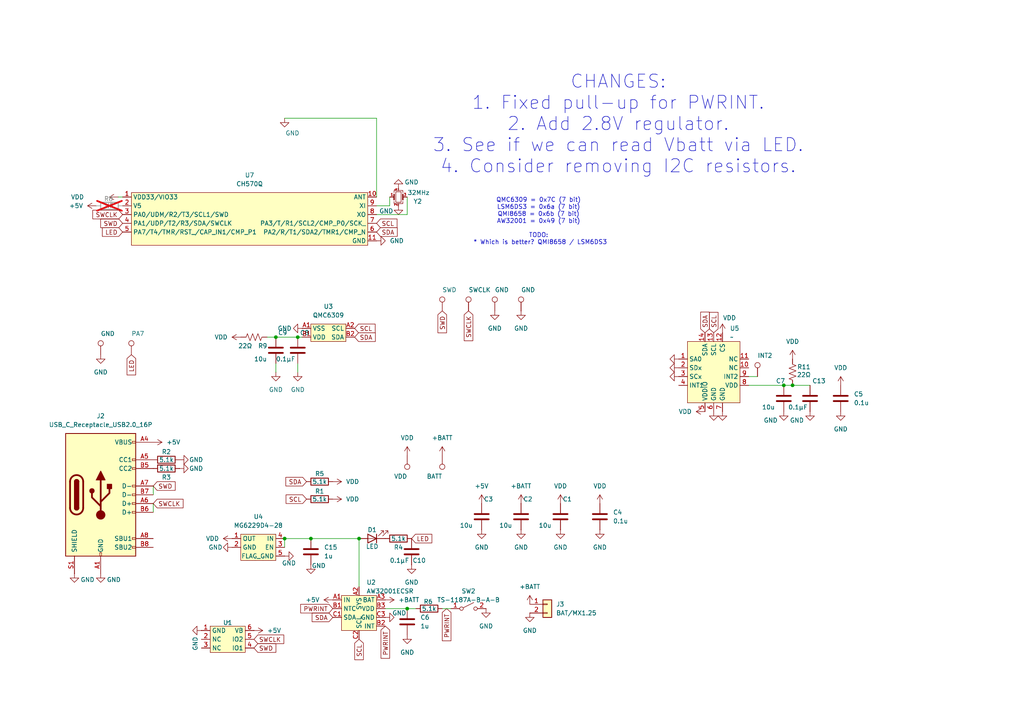
<source format=kicad_sch>
(kicad_sch (version 20250114) (generator "eeschema") (generator_version "9.0")
  (paper "A4")
  (lib_symbols
    (symbol "Connector:TestPoint" (pin_numbers (hide yes)) (pin_names (offset 0.762) (hide yes))
      (property "Reference" "TP" (at 0 6.858 0))
      (property "Value" "TestPoint" (at 0 5.08 0))
      (symbol "TestPoint_0_1"
        (circle (center 0 3.302) (radius 0.762))
      )
      (symbol "TestPoint_1_1"
        (pin passive line (at 0 0 90) (length 2.54) (name "1") (number "1"))
      )
    )
    (symbol "Connector:USB_C_Receptacle_USB2.0_16P" (pin_names (offset 1.016))
      (property "Reference" "J" (at 0 22.225 0))
      (property "Value" "USB_C_Receptacle_USB2.0_16P" (at 0 19.685 0))
      (symbol "USB_C_Receptacle_USB2.0_16P_0_0"
        (rectangle (start -0.254 -17.78) (end 0.254 -16.764))
        (rectangle (start 10.16 15.494) (end 9.144 14.986))
        (rectangle (start 10.16 10.414) (end 9.144 9.906))
        (rectangle (start 10.16 7.874) (end 9.144 7.366))
        (rectangle (start 10.16 2.794) (end 9.144 2.286))
        (rectangle (start 10.16 0.254) (end 9.144 -0.254))
        (rectangle (start 10.16 -2.286) (end 9.144 -2.794))
        (rectangle (start 10.16 -4.826) (end 9.144 -5.334))
        (rectangle (start 10.16 -12.446) (end 9.144 -12.954))
        (rectangle (start 10.16 -14.986) (end 9.144 -15.494))
      )
      (symbol "USB_C_Receptacle_USB2.0_16P_0_1"
        (rectangle (start -10.16 17.78) (end 10.16 -17.78) (stroke (width 0.254)) (fill (type background)))
        (polyline (pts (xy -8.89 -3.81) (xy -8.89 3.81)) (stroke (width 0.508)))
        (rectangle (start -7.62 -3.81) (end -6.35 3.81) (stroke (width 0.254)) (fill (type outline)))
        (arc (start -7.62 3.81) (mid -6.985 4.4423) (end -6.35 3.81) (stroke (width 0.254)))
        (arc (start -7.62 3.81) (mid -6.985 4.4423) (end -6.35 3.81) (stroke (width 0.254)) (fill (type outline)))
        (arc (start -8.89 3.81) (mid -6.985 5.7067) (end -5.08 3.81) (stroke (width 0.508)))
        (arc (start -5.08 -3.81) (mid -6.985 -5.7067) (end -8.89 -3.81) (stroke (width 0.508)))
        (arc (start -6.35 -3.81) (mid -6.985 -4.4423) (end -7.62 -3.81) (stroke (width 0.254)))
        (arc (start -6.35 -3.81) (mid -6.985 -4.4423) (end -7.62 -3.81) (stroke (width 0.254)) (fill (type outline)))
        (polyline (pts (xy -5.08 3.81) (xy -5.08 -3.81)) (stroke (width 0.508)))
        (circle (center -2.54 1.143) (radius 0.635) (stroke (width 0.254)) (fill (type outline)))
        (polyline (pts (xy -1.27 4.318) (xy 0 6.858) (xy 1.27 4.318) (xy -1.27 4.318)) (stroke (width 0.254)) (fill (type outline)))
        (polyline (pts (xy 0 -2.032) (xy 2.54 0.508) (xy 2.54 1.778)) (stroke (width 0.508)))
        (polyline (pts (xy 0 -3.302) (xy -2.54 -0.762) (xy -2.54 0.508)) (stroke (width 0.508)))
        (polyline (pts (xy 0 -5.842) (xy 0 4.318)) (stroke (width 0.508)))
        (circle (center 0 -5.842) (radius 1.27) (fill (type outline)))
        (rectangle (start 1.905 1.778) (end 3.175 3.048) (stroke (width 0.254)) (fill (type outline)))
      )
      (symbol "USB_C_Receptacle_USB2.0_16P_1_1"
        (pin passive line (at -7.62 -22.86 90) (length 5.08) (name "SHIELD") (number "S1"))
        (pin passive line (at 0 -22.86 90) (length 5.08) (name "GND") (number "A1"))
        (pin passive line (at 0 -22.86 90) (length 5.08) (hide yes) (name "GND") (number "A12"))
        (pin passive line (at 0 -22.86 90) (length 5.08) (hide yes) (name "GND") (number "B1"))
        (pin passive line (at 0 -22.86 90) (length 5.08) (hide yes) (name "GND") (number "B12"))
        (pin passive line (at 15.24 15.24 180) (length 5.08) (name "VBUS") (number "A4"))
        (pin passive line (at 15.24 15.24 180) (length 5.08) (hide yes) (name "VBUS") (number "A9"))
        (pin passive line (at 15.24 15.24 180) (length 5.08) (hide yes) (name "VBUS") (number "B4"))
        (pin passive line (at 15.24 15.24 180) (length 5.08) (hide yes) (name "VBUS") (number "B9"))
        (pin bidirectional line (at 15.24 10.16 180) (length 5.08) (name "CC1") (number "A5"))
        (pin bidirectional line (at 15.24 7.62 180) (length 5.08) (name "CC2") (number "B5"))
        (pin bidirectional line (at 15.24 2.54 180) (length 5.08) (name "D-") (number "A7"))
        (pin bidirectional line (at 15.24 0 180) (length 5.08) (name "D-") (number "B7"))
        (pin bidirectional line (at 15.24 -2.54 180) (length 5.08) (name "D+") (number "A6"))
        (pin bidirectional line (at 15.24 -5.08 180) (length 5.08) (name "D+") (number "B6"))
        (pin bidirectional line (at 15.24 -12.7 180) (length 5.08) (name "SBU1") (number "A8"))
        (pin bidirectional line (at 15.24 -15.24 180) (length 5.08) (name "SBU2") (number "B8"))
      )
    )
    (symbol "Connector_Generic:Conn_01x02" (pin_names (offset 1.016) (hide yes))
      (property "Reference" "J" (at 0 2.54 0))
      (property "Value" "Conn_01x02" (at 0 -5.08 0))
      (symbol "Conn_01x02_1_1"
        (rectangle (start -1.27 1.27) (end 1.27 -3.81) (stroke (width 0.254)) (fill (type background)))
        (rectangle (start -1.27 0.127) (end 0 -0.127) (stroke (width 0.1524)))
        (rectangle (start -1.27 -2.413) (end 0 -2.667) (stroke (width 0.1524)))
        (pin passive line (at -5.08 0 0) (length 3.81) (name "Pin_1") (number "1"))
        (pin passive line (at -5.08 -2.54 0) (length 3.81) (name "Pin_2") (number "2"))
      )
    )
    (symbol "Device:C" (pin_numbers (hide yes)) (pin_names (offset 0.254))
      (property "Reference" "C" (at 0.635 2.54 0))
      (property "Value" "C" (at 0.635 -2.54 0))
      (symbol "C_0_1"
        (polyline (pts (xy -2.032 0.762) (xy 2.032 0.762)) (stroke (width 0.508)))
        (polyline (pts (xy -2.032 -0.762) (xy 2.032 -0.762)) (stroke (width 0.508)))
      )
      (symbol "C_1_1"
        (pin passive line (at 0 3.81 270) (length 2.794) (name "~") (number "1"))
        (pin passive line (at 0 -3.81 90) (length 2.794) (name "~") (number "2"))
      )
    )
    (symbol "Device:Crystal_GND24_Small" (pin_names (offset 1.016) (hide yes))
      (property "Reference" "Y" (at 1.27 4.445 0))
      (property "Value" "Crystal_GND24_Small" (at 1.27 2.54 0))
      (symbol "Crystal_GND24_Small_0_1"
        (polyline (pts (xy -1.27 1.27) (xy -1.27 1.905) (xy 1.27 1.905) (xy 1.27 1.27)))
        (polyline (pts (xy -1.27 -0.762) (xy -1.27 0.762)) (stroke (width 0.381)))
        (polyline (pts (xy -1.27 -1.27) (xy -1.27 -1.905) (xy 1.27 -1.905) (xy 1.27 -1.27)))
        (rectangle (start -0.762 -1.524) (end 0.762 1.524))
        (polyline (pts (xy 1.27 -0.762) (xy 1.27 0.762)) (stroke (width 0.381)))
      )
      (symbol "Crystal_GND24_Small_1_1"
        (pin passive line (at -2.54 0 0) (length 1.27) (name "1") (number "1"))
        (pin passive line (at 0 2.54 270) (length 0.635) (name "4") (number "4"))
        (pin passive line (at 0 -2.54 90) (length 0.635) (name "2") (number "2"))
        (pin passive line (at 2.54 0 180) (length 1.27) (name "3") (number "3"))
      )
    )
    (symbol "Device:LED" (pin_numbers (hide yes)) (pin_names (offset 1.016) (hide yes))
      (property "Reference" "D" (at 0 2.54 0))
      (property "Value" "LED" (at 0 -2.54 0))
      (symbol "LED_0_1"
        (polyline (pts (xy -3.048 -0.762) (xy -4.572 -2.286) (xy -3.81 -2.286) (xy -4.572 -2.286) (xy -4.572 -1.524)))
        (polyline (pts (xy -1.778 -0.762) (xy -3.302 -2.286) (xy -2.54 -2.286) (xy -3.302 -2.286) (xy -3.302 -1.524)))
        (polyline (pts (xy -1.27 0) (xy 1.27 0)))
        (polyline (pts (xy -1.27 -1.27) (xy -1.27 1.27)) (stroke (width 0.254)))
        (polyline (pts (xy 1.27 -1.27) (xy 1.27 1.27) (xy -1.27 0) (xy 1.27 -1.27)) (stroke (width 0.254)))
      )
      (symbol "LED_1_1"
        (pin passive line (at -3.81 0 0) (length 2.54) (name "K") (number "1"))
        (pin passive line (at 3.81 0 180) (length 2.54) (name "A") (number "2"))
      )
    )
    (symbol "Device:R" (pin_numbers (hide yes)) (pin_names (offset 0))
      (property "Reference" "R" (at 2.032 0 90))
      (property "Value" "R" (at 0 0 90))
      (symbol "R_0_1"
        (rectangle (start -1.016 -2.54) (end 1.016 2.54) (stroke (width 0.254)))
      )
      (symbol "R_1_1"
        (pin passive line (at 0 3.81 270) (length 1.27) (name "~") (number "1"))
        (pin passive line (at 0 -3.81 90) (length 1.27) (name "~") (number "2"))
      )
    )
    (symbol "Swadge_Parts:C" (pin_numbers (hide yes)) (pin_names (offset 0.254))
      (property "Reference" "C" (at 0.635 2.54 0))
      (property "Value" "C" (at 0.635 -2.54 0))
      (symbol "C_0_1"
        (polyline (pts (xy -2.032 0.762) (xy 2.032 0.762)) (stroke (width 0.508)))
        (polyline (pts (xy -2.032 -0.762) (xy 2.032 -0.762)) (stroke (width 0.508)))
      )
      (symbol "C_1_1"
        (pin passive line (at 0 3.81 270) (length 2.794) (name "~") (number "1"))
        (pin passive line (at 0 -3.81 90) (length 2.794) (name "~") (number "2"))
      )
    )
    (symbol "Swadge_Parts:GND" (power) (pin_names (offset 0))
      (property "Value" "GND" (at 0 -3.81 0))
      (symbol "GND_0_1"
        (polyline (pts (xy 0 0) (xy 0 -1.27) (xy 1.27 -1.27) (xy 0 -2.54) (xy -1.27 -1.27) (xy 0 -1.27)))
      )
      (symbol "GND_1_1"
        (pin power_in line (at 0 0 270) (length 0) (hide yes) (name "GND") (number "1"))
      )
    )
    (symbol "Swadge_Parts:R_US" (pin_numbers (hide yes)) (pin_names (offset 0))
      (property "Reference" "R" (at 2.54 0 90))
      (property "Value" "R_US" (at -2.54 0 90))
      (symbol "R_US_0_1"
        (polyline (pts (xy 0 2.286) (xy 0 2.54)))
        (polyline (pts (xy 0 2.286) (xy 1.016 1.905) (xy 0 1.524) (xy -1.016 1.143) (xy 0 0.762)))
        (polyline (pts (xy 0 0.762) (xy 1.016 0.381) (xy 0 0) (xy -1.016 -0.381) (xy 0 -0.762)))
        (polyline (pts (xy 0 -0.762) (xy 1.016 -1.143) (xy 0 -1.524) (xy -1.016 -1.905) (xy 0 -2.286)))
        (polyline (pts (xy 0 -2.286) (xy 0 -2.54)))
      )
      (symbol "R_US_1_1"
        (pin passive line (at 0 3.81 270) (length 1.27) (name "~") (number "1"))
        (pin passive line (at 0 -3.81 90) (length 1.27) (name "~") (number "2"))
      )
    )
    (symbol "Switch:SW_SPST" (pin_names (offset 0) (hide yes))
      (property "Reference" "SW" (at 0 3.175 0))
      (property "Value" "SW_SPST" (at 0 -2.54 0))
      (symbol "SW_SPST_0_0"
        (circle (center -2.032 0) (radius 0.508))
        (polyline (pts (xy -1.524 0.254) (xy 1.524 1.778)))
        (circle (center 2.032 0) (radius 0.508))
      )
      (symbol "SW_SPST_1_1"
        (pin passive line (at -5.08 0 0) (length 2.54) (name "A") (number "1"))
        (pin passive line (at 5.08 0 180) (length 2.54) (name "B") (number "2"))
      )
    )
    (symbol "cnhardware:AW32001E-BMS"
      (property "Reference" "U" (at -3.302 -5.08 0))
      (symbol "AW32001E-BMS_1_1"
        (rectangle (start -5.08 3.81) (end 5.08 -6.35) (fill (type background)))
        (pin bidirectional line (at -7.62 2.54 0) (length 2.54) (name "IN") (number "A1"))
        (pin bidirectional line (at -7.62 0 0) (length 2.54) (name "NTC") (number "B1"))
        (pin bidirectional line (at -7.62 -2.54 0) (length 2.54) (name "SDA") (number "C1"))
        (pin bidirectional line (at 0 6.35 270) (length 2.54) (name "SYS") (number "A2"))
        (pin bidirectional line (at 0 -8.89 90) (length 2.54) (name "SCL") (number "C2"))
        (pin bidirectional line (at 7.62 2.54 180) (length 2.54) (name "BAT") (number "A3"))
        (pin bidirectional line (at 7.62 0 180) (length 2.54) (name "VDD") (number "B3"))
        (pin bidirectional line (at 7.62 -2.54 180) (length 2.54) (name "GND") (number "C3"))
        (pin bidirectional line (at 7.62 -5.08 180) (length 2.54) (name "INT") (number "B2"))
      )
    )
    (symbol "cnhardware:CH570Q"
      (property "Reference" "U" (at 0 -10.414 0))
      (property "Value" "CH570Q" (at 0 7.62 0))
      (symbol "CH570Q_1_1"
        (rectangle (start -34.29 6.35) (end 34.29 -8.89) (fill (type background)))
        (pin bidirectional line (at -36.83 5.08 0) (length 2.54) (name "VDD33/VIO33") (number "1"))
        (pin bidirectional line (at -36.83 2.54 0) (length 2.54) (name "V5") (number "2"))
        (pin bidirectional line (at -36.83 0 0) (length 2.54) (name "PA0/UDM/R2/T3/SCL1/SWD") (number "3"))
        (pin bidirectional line (at -36.83 -2.54 0) (length 2.54) (name "PA1/UDP/T2/R3/SDA/SWCLK") (number "4"))
        (pin bidirectional line (at -36.83 -5.08 0) (length 2.54) (name "PA7/T4/TMR/RST_/CAP_IN1/CMP_P1") (number "5"))
        (pin bidirectional line (at 36.83 5.08 180) (length 2.54) (name "ANT") (number "10"))
        (pin bidirectional line (at 36.83 2.54 180) (length 2.54) (name "XI") (number "9"))
        (pin bidirectional line (at 36.83 0 180) (length 2.54) (name "XO") (number "8"))
        (pin bidirectional line (at 36.83 -2.54 180) (length 2.54) (name "PA3/T/R1/SCL2/CMP_P0/SCK_") (number "7"))
        (pin bidirectional line (at 36.83 -5.08 180) (length 2.54) (name "PA2/R/T1/SDA2/TMR1/CMP_N") (number "6"))
        (pin bidirectional line (at 36.83 -7.62 180) (length 2.54) (name "GND") (number "11"))
      )
    )
    (symbol "cnhardware:LSM6DSL"
      (property "Reference" "U" (at 0 0 0))
      (symbol "LSM6DSL_1_1"
        (rectangle (start -7.62 8.89) (end 7.62 -8.89) (fill (type background)))
        (pin bidirectional line (at -10.16 3.81 0) (length 2.54) (name "SA0") (number "1"))
        (pin bidirectional line (at -10.16 1.27 0) (length 2.54) (name "SDx") (number "2"))
        (pin bidirectional line (at -10.16 -1.27 0) (length 2.54) (name "SCx") (number "3"))
        (pin bidirectional line (at -10.16 -3.81 0) (length 2.54) (name "INT1") (number "4"))
        (pin bidirectional line (at -2.54 11.43 270) (length 2.54) (name "SDA") (number "14"))
        (pin bidirectional line (at -2.54 -11.43 90) (length 2.54) (name "VDDIO") (number "5"))
        (pin bidirectional line (at 0 11.43 270) (length 2.54) (name "SCL") (number "13"))
        (pin bidirectional line (at 0 -11.43 90) (length 2.54) (name "GND") (number "6"))
        (pin bidirectional line (at 2.54 11.43 270) (length 2.54) (name "CS") (number "12"))
        (pin bidirectional line (at 2.54 -11.43 90) (length 2.54) (name "GND") (number "7"))
        (pin bidirectional line (at 10.16 3.81 180) (length 2.54) (name "NC") (number "11"))
        (pin bidirectional line (at 10.16 1.27 180) (length 2.54) (name "NC") (number "10"))
        (pin bidirectional line (at 10.16 -1.27 180) (length 2.54) (name "INT2") (number "9"))
        (pin bidirectional line (at 10.16 -3.81 180) (length 2.54) (name "VDD") (number "8"))
      )
    )
    (symbol "cnhardware:QMC6309"
      (property "Reference" "U" (at 0 0 0))
      (property "Value" "QMC6309" (at 0 -3.81 0))
      (symbol "QMC6309_1_1"
        (rectangle (start -5.08 2.54) (end 5.08 -2.54) (fill (type background)))
        (pin bidirectional line (at -7.62 1.27 0) (length 2.54) (name "VSS") (number "A1"))
        (pin bidirectional line (at -7.62 -1.27 0) (length 2.54) (name "VDD") (number "B1"))
        (pin bidirectional line (at 7.62 1.27 180) (length 2.54) (name "SCL") (number "A2"))
        (pin bidirectional line (at 7.62 -1.27 180) (length 2.54) (name "SDA") (number "B2"))
      )
    )
    (symbol "cnhardware:RS3236-DFN-LDO"
      (property "Reference" "U" (at 0 3.81 0))
      (property "Value" "RS3236-3.3YUTDN4" (at -0.254 -6.35 0))
      (symbol "RS3236-DFN-LDO_1_1"
        (rectangle (start -5.08 2.54) (end 5.08 -5.08) (fill (type background)))
        (pin bidirectional line (at -7.62 1.27 0) (length 2.54) (name "OUT") (number "1"))
        (pin bidirectional line (at -7.62 -1.27 0) (length 2.54) (name "GND") (number "2"))
        (pin bidirectional line (at 7.62 1.27 180) (length 2.54) (name "IN") (number "4"))
        (pin bidirectional line (at 7.62 -1.27 180) (length 2.54) (name "EN") (number "3"))
        (pin bidirectional line (at 7.62 -3.81 180) (length 2.54) (name "FLAG_GND") (number "5"))
      )
    )
    (symbol "cnhardware:USB_ESD_DFN_RCLAMP0502N"
      (property "Reference" "U" (at 0 0 0))
      (symbol "USB_ESD_DFN_RCLAMP0502N_1_1"
        (rectangle (start -5.08 3.81) (end 5.08 -3.81) (fill (type background)))
        (pin bidirectional line (at -7.62 2.54 0) (length 2.54) (name "GND") (number "1"))
        (pin bidirectional line (at -7.62 0 0) (length 2.54) (name "NC") (number "2"))
        (pin bidirectional line (at -7.62 -2.54 0) (length 2.54) (name "NC") (number "3"))
        (pin bidirectional line (at 7.62 2.54 180) (length 2.54) (name "VB") (number "6"))
        (pin bidirectional line (at 7.62 0 180) (length 2.54) (name "IO2") (number "5"))
        (pin bidirectional line (at 7.62 -2.54 180) (length 2.54) (name "IO1") (number "4"))
      )
    )
    (symbol "power:+5V" (power) (pin_numbers (hide yes)) (pin_names (offset 0) (hide yes))
      (property "Value" "+5V" (at 0 3.556 0))
      (symbol "+5V_0_1"
        (polyline (pts (xy -0.762 1.27) (xy 0 2.54)))
        (polyline (pts (xy 0 2.54) (xy 0.762 1.27)))
        (polyline (pts (xy 0 0) (xy 0 2.54)))
      )
      (symbol "+5V_1_1"
        (pin power_in line (at 0 0 90) (length 0) (name "~") (number "1"))
      )
    )
    (symbol "power:+BATT" (power) (pin_numbers (hide yes)) (pin_names (offset 0) (hide yes))
      (property "Value" "+BATT" (at 0 3.556 0))
      (symbol "+BATT_0_1"
        (polyline (pts (xy -0.762 1.27) (xy 0 2.54)))
        (polyline (pts (xy 0 2.54) (xy 0.762 1.27)))
        (polyline (pts (xy 0 0) (xy 0 2.54)))
      )
      (symbol "+BATT_1_1"
        (pin power_in line (at 0 0 90) (length 0) (name "~") (number "1"))
      )
    )
    (symbol "power:GND" (power) (pin_numbers (hide yes)) (pin_names (offset 0) (hide yes))
      (property "Value" "GND" (at 0 -3.81 0))
      (symbol "GND_0_1"
        (polyline (pts (xy 0 0) (xy 0 -1.27) (xy 1.27 -1.27) (xy 0 -2.54) (xy -1.27 -1.27) (xy 0 -1.27)))
      )
      (symbol "GND_1_1"
        (pin power_in line (at 0 0 270) (length 0) (name "~") (number "1"))
      )
    )
    (symbol "power:VDD" (power) (pin_names (offset 0))
      (property "Value" "VDD" (at 0 3.81 0))
      (symbol "VDD_0_1"
        (polyline (pts (xy -0.762 1.27) (xy 0 2.54)))
        (polyline (pts (xy 0 2.54) (xy 0.762 1.27)))
        (polyline (pts (xy 0 0) (xy 0 2.54)))
      )
      (symbol "VDD_1_1"
        (pin power_in line (at 0 0 90) (length 0) (hide yes) (name "VDD") (number "1"))
      )
    )
  )
  (text "QMC6309 = 0x7C (7 bit)\nLSM6DS3 = 0x6a (7 bit)\nQMI8658 = 0x6b (7 bit)\nAW32001 = 0x49 (7 bit)\n\nTODO:\n * Which is better? QMI8658 / LSM6DS3" (at 156.21 64.262 0) (effects (font (size 1.27 1.27))))
  (text "CHANGES:\n1. Fixed pull-up for PWRINT.\n2. Add 2.8V regulator.\n3. See if we can read Vbatt via LED.\n4. Consider removing I2C resistors." (at 179.324 36.068 0) (effects (font (size 3.81 3.81))))
  (junction (at 118.11 176.53))
  (junction (at 82.55 156.21))
  (junction (at 80.01 97.79))
  (junction (at 227.33 111.76))
  (junction (at 86.36 97.79))
  (junction (at 229.87 111.76))
  (junction (at 104.14 156.21))
  (junction (at 90.17 156.21))
  (wire (pts (xy 44.45 140.97) (xy 44.45 143.51)))
  (wire (pts (xy 130.81 176.53) (xy 128.27 176.53)))
  (wire (pts (xy 118.11 62.23) (xy 118.11 57.15)))
  (wire (pts (xy 82.55 34.29) (xy 109.22 34.29)))
  (wire (pts (xy 80.01 97.79) (xy 86.36 97.79)))
  (wire (pts (xy 82.55 156.21) (xy 90.17 156.21)))
  (wire (pts (xy 109.22 34.29) (xy 109.22 57.15)))
  (wire (pts (xy 34.29 57.15) (xy 35.56 57.15)))
  (wire (pts (xy 80.01 107.95) (xy 80.01 105.41)))
  (wire (pts (xy 86.36 107.95) (xy 86.36 105.41)))
  (wire (pts (xy 113.03 59.69) (xy 109.22 59.69)))
  (wire (pts (xy 86.36 97.79) (xy 87.63 97.79)))
  (wire (pts (xy 118.11 176.53) (xy 111.76 176.53)))
  (wire (pts (xy 104.14 156.21) (xy 104.14 170.18)))
  (wire (pts (xy 229.87 111.76) (xy 234.95 111.76)))
  (wire (pts (xy 77.47 97.79) (xy 80.01 97.79)))
  (wire (pts (xy 109.22 62.23) (xy 118.11 62.23)))
  (wire (pts (xy 82.55 156.21) (xy 82.55 158.75)))
  (wire (pts (xy 217.17 111.76) (xy 227.33 111.76)))
  (wire (pts (xy 120.65 176.53) (xy 118.11 176.53)))
  (wire (pts (xy 90.17 156.21) (xy 104.14 156.21)))
  (wire (pts (xy 227.33 111.76) (xy 229.87 111.76)))
  (wire (pts (xy 44.45 146.05) (xy 44.45 148.59)))
  (wire (pts (xy 113.03 57.15) (xy 113.03 59.69)))
  (wire (pts (xy 219.71 109.22) (xy 217.17 109.22)))
  (global_label "SDA" (shape input) (at 96.52 179.07 180) (property "Intersheetrefs" "${INTERSHEET_REFS}" (effects (hide yes))))
  (global_label "SWCLK" (shape input) (at 44.45 146.05 0) (property "Intersheetrefs" "${INTERSHEET_REFS}" (effects (hide yes))))
  (global_label "SWCLK" (shape input) (at 73.66 185.42 0) (property "Intersheetrefs" "${INTERSHEET_REFS}" (effects (hide yes))))
  (global_label "SWD" (shape input) (at 35.56 64.77 180) (property "Intersheetrefs" "${INTERSHEET_REFS}" (effects (hide yes))))
  (global_label "SDA" (shape input) (at 204.47 96.52 90) (property "Intersheetrefs" "${INTERSHEET_REFS}" (effects (hide yes))))
  (global_label "SCL" (shape input) (at 102.87 95.25 0) (property "Intersheetrefs" "${INTERSHEET_REFS}" (effects (hide yes))))
  (global_label "SDA" (shape input) (at 102.87 97.79 0) (property "Intersheetrefs" "${INTERSHEET_REFS}" (effects (hide yes))))
  (global_label "SWCLK" (shape input) (at 35.56 62.23 180) (property "Intersheetrefs" "${INTERSHEET_REFS}" (effects (hide yes))))
  (global_label "SCL" (shape input) (at 207.01 96.52 90) (property "Intersheetrefs" "${INTERSHEET_REFS}" (effects (hide yes))))
  (global_label "SWCLK" (shape input) (at 135.89 90.17 270) (property "Intersheetrefs" "${INTERSHEET_REFS}" (effects (hide yes))))
  (global_label "PWRINT" (shape input) (at 129.54 176.53 270) (property "Intersheetrefs" "${INTERSHEET_REFS}" (effects (hide yes))))
  (global_label "PWRINT" (shape input) (at 111.76 181.61 270) (property "Intersheetrefs" "${INTERSHEET_REFS}" (effects (hide yes))))
  (global_label "SWD" (shape input) (at 44.45 140.97 0) (property "Intersheetrefs" "${INTERSHEET_REFS}" (effects (hide yes))))
  (global_label "PWRINT" (shape input) (at 96.52 176.53 180) (property "Intersheetrefs" "${INTERSHEET_REFS}" (effects (hide yes))))
  (global_label "SWD" (shape input) (at 128.27 90.17 270) (property "Intersheetrefs" "${INTERSHEET_REFS}" (effects (hide yes))))
  (global_label "SCL" (shape input) (at 88.9 144.78 180) (property "Intersheetrefs" "${INTERSHEET_REFS}" (effects (hide yes))))
  (global_label "LED" (shape input) (at 38.1 102.87 270) (property "Intersheetrefs" "${INTERSHEET_REFS}" (effects (hide yes))))
  (global_label "LED" (shape input) (at 119.38 156.21 0) (property "Intersheetrefs" "${INTERSHEET_REFS}" (effects (hide yes))))
  (global_label "SCL" (shape input) (at 104.14 185.42 270) (property "Intersheetrefs" "${INTERSHEET_REFS}" (effects (hide yes))))
  (global_label "LED" (shape input) (at 35.56 67.31 180) (property "Intersheetrefs" "${INTERSHEET_REFS}" (effects (hide yes))))
  (global_label "SCL" (shape input) (at 109.22 64.77 0) (property "Intersheetrefs" "${INTERSHEET_REFS}" (effects (hide yes))))
  (global_label "SDA" (shape input) (at 88.9 139.7 180) (property "Intersheetrefs" "${INTERSHEET_REFS}" (effects (hide yes))))
  (global_label "SWD" (shape input) (at 73.66 187.96 0) (property "Intersheetrefs" "${INTERSHEET_REFS}" (effects (hide yes))))
  (global_label "SDA" (shape input) (at 109.22 67.31 0) (property "Intersheetrefs" "${INTERSHEET_REFS}" (effects (hide yes))))
  (symbol (lib_id "Device:R") (at 115.57 156.21 90) (unit 1)
    (property "Reference" "R4" (at 115.57 158.75 90))
    (property "Value" "5.1k" (at 115.57 156.21 90))
    (property "Footprint" "Resistor_SMD:R_0402_1005Metric" (effects (hide yes)))
    (property "Description" "Resistor" (effects (hide yes)))
    (property "LCSC" "C25905" (effects (hide yes)))
  )
  (symbol (lib_id "Device:R") (at 92.71 144.78 90) (unit 1)
    (property "Reference" "R1" (at 92.71 142.494 90))
    (property "Value" "5.1k" (at 92.71 144.78 90))
    (property "Footprint" "Resistor_SMD:R_0402_1005Metric" (effects (hide yes)))
    (property "Description" "Resistor" (effects (hide yes)))
    (property "LCSC" "C25905" (effects (hide yes)))
  )
  (symbol (lib_id "cnhardware:QMC6309") (at 95.25 96.52 0) (unit 1)
    (property "Reference" "U3" (at 95.25 88.9 0))
    (property "Value" "QMC6309" (at 95.25 91.44 0))
    (property "Footprint" "cnhardware:WLP-4_0.83x0.83mm_P0.4mm" (effects (hide yes)))
    (property "LCSC" "C5439871" (effects (hide yes)))
  )
  (symbol (lib_id "cnhardware:AW32001E-BMS") (at 104.14 176.53 0) (unit 1)
    (property "Reference" "U2" (at 106.2833 168.91 0) (effects (justify left)))
    (property "Value" "AW32001ECSR" (at 106.2833 171.45 0) (effects (justify left)))
    (property "Footprint" "cnhardware:WLCSP-9-P0.5mm" (effects (hide yes)))
    (property "LCSC" "C5125890" (effects (hide yes)))
  )
  (symbol (lib_id "Swadge_Parts:C") (at 139.7 149.86 0) (unit 1)
    (property "Reference" "C3" (at 140.335 144.78 0) (effects (justify left)))
    (property "Value" "10u" (at 133.35 152.4 0) (effects (justify left)))
    (property "Footprint" "Capacitor_SMD:C_0402_1005Metric" (effects (hide yes)))
    (property "Cost100" "10" (effects (hide yes)))
    (property "Substitutable" "Y" (effects (hide yes)))
    (property "LCSC" "C15525" (effects (hide yes)))
    (property "Cost @ 2.5k" "0.0015" (effects (hide yes)))
  )
  (symbol (lib_id "Connector:TestPoint") (at 135.89 90.17 0) (unit 1)
    (property "Reference" "TP3" (effects (hide yes)))
    (property "Value" "SWCLK" (at 135.89 84.074 0) (effects (justify left)))
    (property "Footprint" "TestPoint:TestPoint_Pad_D1.0mm" (effects (hide yes)))
    (property "Description" "test point" (effects (hide yes)))
  )
  (symbol (lib_id "Swadge_Parts:R_US") (at 73.66 97.79 270) (unit 1)
    (property "Reference" "R9" (at 76.2 100.33 90))
    (property "Value" "22Ω" (at 71.12 100.33 90))
    (property "Footprint" "cnhardware:R_0402_1005Metric_COMPACT" (effects (hide yes)))
    (property "Cost100" "10" (effects (hide yes)))
    (property "Substitutable" "Y" (effects (hide yes)))
    (property "LCSC" "C25092" (effects (hide yes)))
    (property "Cost @ 2.5k" "0.0008" (effects (hide yes)))
  )
  (symbol (lib_id "power:GND") (at 118.11 184.15 0) (unit 1)
    (property "Reference" "#PWR025" (effects (hide yes)))
    (property "Value" "GND" (at 118.11 189.23 0))
    (property "Description" "Power symbol creates a global label with name \"GND\" , ground" (effects (hide yes)))
  )
  (symbol (lib_id "power:GND") (at 153.67 177.8 0) (unit 1)
    (property "Reference" "#PWR02" (effects (hide yes)))
    (property "Value" "GND" (at 153.67 182.88 0))
    (property "Description" "Power symbol creates a global label with name \"GND\" , ground" (effects (hide yes)))
  )
  (symbol (lib_id "Connector:TestPoint") (at 128.27 90.17 0) (unit 1)
    (property "Reference" "TP2" (effects (hide yes)))
    (property "Value" "SWD" (at 128.27 84.074 0) (effects (justify left)))
    (property "Footprint" "TestPoint:TestPoint_Pad_D1.0mm" (effects (hide yes)))
    (property "Description" "test point" (effects (hide yes)))
  )
  (symbol (lib_id "Device:LED") (at 107.95 156.21 180) (unit 1)
    (property "Reference" "D1" (at 107.95 153.67 0))
    (property "Value" "LED" (at 107.95 158.496 0))
    (property "Footprint" "LED_SMD:LED_0603_1608Metric" (effects (hide yes)))
    (property "Description" "Light emitting diode" (effects (hide yes)))
    (property "Sim.Pins" "1=K 2=A" (effects (hide yes)))
    (property "LCSC" "C2290" (effects (hide yes)))
  )
  (symbol (lib_id "Connector:TestPoint") (at 219.71 109.22 0) (unit 1)
    (property "Reference" "TP1" (effects (hide yes)))
    (property "Value" "INT2" (at 219.71 103.124 0) (effects (justify left)))
    (property "Footprint" "TestPoint:TestPoint_Pad_D1.0mm" (effects (hide yes)))
    (property "Description" "test point" (effects (hide yes)))
  )
  (symbol (lib_id "power:GND") (at 80.01 107.95 0) (unit 1)
    (property "Reference" "#PWR041" (effects (hide yes)))
    (property "Value" "GND" (at 80.01 113.03 0))
    (property "Description" "Power symbol creates a global label with name \"GND\" , ground" (effects (hide yes)))
  )
  (symbol (lib_id "power:VDD") (at 204.47 119.38 90) (unit 1)
    (property "Reference" "#PWR045" (effects (hide yes)))
    (property "Value" "VDD" (at 200.66 119.3799 90) (effects (justify left)))
  )
  (symbol (lib_id "power:GND") (at 21.59 166.37 0) (mirror y) (unit 1)
    (property "Reference" "#PWR012" (effects (hide yes)))
    (property "Value" "GND" (at 27.432 168.148 0) (effects (justify left)))
  )
  (symbol (lib_id "Swadge_Parts:GND") (at 209.55 119.38 0) (unit 1)
    (property "Reference" "#PWR048" (effects (hide yes)))
    (property "Value" "GND" (effects (hide yes)))
  )
  (symbol (lib_id "Swadge_Parts:GND") (at 196.85 104.14 270) (unit 1)
    (property "Reference" "#PWR052" (effects (hide yes)))
    (property "Value" "GND" (effects (hide yes)))
  )
  (symbol (lib_id "Swadge_Parts:C") (at 151.13 149.86 0) (unit 1)
    (property "Reference" "C2" (at 151.765 144.78 0) (effects (justify left)))
    (property "Value" "10u" (at 144.78 152.4 0) (effects (justify left)))
    (property "Footprint" "Capacitor_SMD:C_0402_1005Metric" (effects (hide yes)))
    (property "Cost100" "10" (effects (hide yes)))
    (property "Substitutable" "Y" (effects (hide yes)))
    (property "LCSC" "C15525" (effects (hide yes)))
    (property "Cost @ 2.5k" "0.0015" (effects (hide yes)))
  )
  (symbol (lib_id "power:+BATT") (at 111.76 173.99 270) (unit 1)
    (property "Reference" "#PWR037" (effects (hide yes)))
    (property "Value" "+BATT" (at 115.57 173.9899 90) (effects (justify left)))
    (property "Description" "Power symbol creates a global label with name \"+BATT\"" (effects (hide yes)))
  )
  (symbol (lib_id "Swadge_Parts:C") (at 227.33 115.57 0) (unit 1)
    (property "Reference" "C7" (at 225.044 110.49 0) (effects (justify left)))
    (property "Value" "10u" (at 220.98 118.11 0) (effects (justify left)))
    (property "Footprint" "Capacitor_SMD:C_0402_1005Metric" (effects (hide yes)))
    (property "Cost100" "10" (effects (hide yes)))
    (property "Substitutable" "Y" (effects (hide yes)))
    (property "LCSC" "C15525" (effects (hide yes)))
    (property "Cost @ 2.5k" "0.0015" (effects (hide yes)))
  )
  (symbol (lib_id "cnhardware:LSM6DSL") (at 207.01 107.95 0) (unit 1)
    (property "Reference" "U5" (at 211.6933 95.25 0) (effects (justify left)))
    (property "Value" "~" (at 211.6933 97.79 0) (effects (justify left)))
    (property "Footprint" "cnhardware:LGA-14_3x2.5mm_P0.5mm_LayoutBorder3x4y_EVEN_PADS" (effects (hide yes)))
    (property "LCSC" "C967633" (effects (hide yes)))
  )
  (symbol (lib_id "power:+5V") (at 73.66 182.88 270) (unit 1)
    (property "Reference" "#PWR026" (effects (hide yes)))
    (property "Value" "+5V" (at 77.47 182.8799 90) (effects (justify left)))
    (property "Description" "Power symbol creates a global label with name \"+5V\"" (effects (hide yes)))
  )
  (symbol (lib_id "Swadge_Parts:C") (at 162.56 149.86 0) (unit 1)
    (property "Reference" "C1" (at 163.195 144.78 0) (effects (justify left)))
    (property "Value" "10u" (at 156.21 152.4 0) (effects (justify left)))
    (property "Footprint" "Capacitor_SMD:C_0402_1005Metric" (effects (hide yes)))
    (property "Cost100" "10" (effects (hide yes)))
    (property "Substitutable" "Y" (effects (hide yes)))
    (property "LCSC" "C15525" (effects (hide yes)))
    (property "Cost @ 2.5k" "0.0015" (effects (hide yes)))
  )
  (symbol (lib_id "Connector:TestPoint") (at 151.13 90.17 0) (unit 1)
    (property "Reference" "TP7" (effects (hide yes)))
    (property "Value" "GND" (at 151.13 84.074 0) (effects (justify left)))
    (property "Footprint" "TestPoint:TestPoint_Pad_D1.0mm" (effects (hide yes)))
    (property "Description" "test point" (effects (hide yes)))
  )
  (symbol (lib_id "Device:C") (at 118.11 180.34 0) (unit 1)
    (property "Reference" "C6" (at 121.92 179.0699 0) (effects (justify left)))
    (property "Value" "1u" (at 121.92 181.6099 0) (effects (justify left)))
    (property "Footprint" "Capacitor_SMD:C_0402_1005Metric" (effects (hide yes)))
    (property "Description" "Unpolarized capacitor" (effects (hide yes)))
    (property "LCSC" "C52923" (effects (hide yes)))
  )
  (symbol (lib_id "Device:C") (at 90.17 160.02 0) (unit 1)
    (property "Reference" "C15" (at 93.98 158.7499 0) (effects (justify left)))
    (property "Value" "1u" (at 93.98 161.2899 0) (effects (justify left)))
    (property "Footprint" "Capacitor_SMD:C_0402_1005Metric" (effects (hide yes)))
    (property "Description" "Unpolarized capacitor" (effects (hide yes)))
    (property "LCSC" "C52923" (effects (hide yes)))
  )
  (symbol (lib_id "power:+BATT") (at 153.67 175.26 0) (unit 1)
    (property "Reference" "#PWR035" (effects (hide yes)))
    (property "Value" "+BATT" (at 153.67 170.18 0))
    (property "Description" "Power symbol creates a global label with name \"+BATT\"" (effects (hide yes)))
  )
  (symbol (lib_id "power:GND") (at 139.7 153.67 0) (unit 1)
    (property "Reference" "#PWR024" (effects (hide yes)))
    (property "Value" "GND" (at 139.7 158.75 0))
    (property "Description" "Power symbol creates a global label with name \"GND\" , ground" (effects (hide yes)))
  )
  (symbol (lib_id "power:+5V") (at 139.7 146.05 0) (unit 1)
    (property "Reference" "#PWR030" (effects (hide yes)))
    (property "Value" "+5V" (at 139.7 140.97 0))
    (property "Description" "Power symbol creates a global label with name \"+5V\"" (effects (hide yes)))
  )
  (symbol (lib_id "power:VDD") (at 173.99 146.05 0) (unit 1)
    (property "Reference" "#PWR020" (effects (hide yes)))
    (property "Value" "VDD" (at 173.99 140.97 0))
  )
  (symbol (lib_id "Device:R") (at 48.26 135.89 90) (unit 1)
    (property "Reference" "R3" (at 48.26 138.43 90))
    (property "Value" "5.1k" (at 48.26 135.89 90))
    (property "Footprint" "Resistor_SMD:R_0402_1005Metric" (effects (hide yes)))
    (property "Description" "Resistor" (effects (hide yes)))
    (property "LCSC" "C25905" (effects (hide yes)))
  )
  (symbol (lib_id "power:GND") (at 111.76 179.07 90) (mirror x) (unit 1)
    (property "Reference" "#PWR016" (effects (hide yes)))
    (property "Value" "GND" (at 117.856 177.8 90) (effects (justify left)))
  )
  (symbol (lib_id "power:GND") (at 58.42 182.88 270) (mirror x) (unit 1)
    (property "Reference" "#PWR027" (effects (hide yes)))
    (property "Value" "GND" (at 56.642 188.722 0) (effects (justify left)))
  )
  (symbol (lib_id "Swadge_Parts:C") (at 80.01 101.6 0) (unit 1)
    (property "Reference" "C9" (at 80.645 96.52 0) (effects (justify left)))
    (property "Value" "10u" (at 73.66 104.14 0) (effects (justify left)))
    (property "Footprint" "Capacitor_SMD:C_0402_1005Metric" (effects (hide yes)))
    (property "Cost100" "10" (effects (hide yes)))
    (property "Substitutable" "Y" (effects (hide yes)))
    (property "LCSC" "C15525" (effects (hide yes)))
    (property "Cost @ 2.5k" "0.0015" (effects (hide yes)))
  )
  (symbol (lib_id "Device:C") (at 243.84 115.57 0) (unit 1)
    (property "Reference" "C5" (at 247.65 114.2999 0) (effects (justify left)))
    (property "Value" "0.1u" (at 247.65 116.8399 0) (effects (justify left)))
    (property "Footprint" "Capacitor_SMD:C_0402_1005Metric" (effects (hide yes)))
    (property "Description" "Unpolarized capacitor" (effects (hide yes)))
    (property "LCSC" "C1525" (effects (hide yes)))
  )
  (symbol (lib_id "power:GND") (at 52.07 133.35 90) (mirror x) (unit 1)
    (property "Reference" "#PWR015" (effects (hide yes)))
    (property "Value" "GND" (at 58.928 133.35 90) (effects (justify left)))
  )
  (symbol (lib_id "power:+5V") (at 96.52 173.99 90) (unit 1)
    (property "Reference" "#PWR031" (effects (hide yes)))
    (property "Value" "+5V" (at 92.71 173.9899 90) (effects (justify left)))
    (property "Description" "Power symbol creates a global label with name \"+5V\"" (effects (hide yes)))
  )
  (symbol (lib_id "Device:R") (at 48.26 133.35 90) (unit 1)
    (property "Reference" "R2" (at 48.26 131.064 90))
    (property "Value" "5.1k" (at 48.26 133.35 90))
    (property "Footprint" "Resistor_SMD:R_0402_1005Metric" (effects (hide yes)))
    (property "Description" "Resistor" (effects (hide yes)))
    (property "LCSC" "C25905" (effects (hide yes)))
  )
  (symbol (lib_id "power:VDD") (at 96.52 144.78 270) (unit 1)
    (property "Reference" "#PWR09" (effects (hide yes)))
    (property "Value" "VDD" (at 100.33 144.7799 90) (effects (justify left)))
  )
  (symbol (lib_id "power:GND") (at 151.13 90.17 0) (unit 1)
    (property "Reference" "#PWR040" (effects (hide yes)))
    (property "Value" "GND" (at 151.13 95.25 0))
    (property "Description" "Power symbol creates a global label with name \"GND\" , ground" (effects (hide yes)))
  )
  (symbol (lib_id "Connector:USB_C_Receptacle_USB2.0_16P") (at 29.21 143.51 0) (unit 1)
    (property "Reference" "J2" (at 29.21 120.65 0))
    (property "Value" "USB_C_Receptacle_USB2.0_16P" (at 29.21 123.19 0))
    (property "Footprint" "cnhardware:USB_C_MOD_Receptacle_HRO_TYPE-C-31-M-12" (effects (hide yes)))
    (property "Datasheet" "https://www.usb.org/sites/default/files/documents/usb_type-c.zip" (effects (hide yes)))
    (property "Description" "USB 2.0-only 16P Type-C Receptacle connector" (effects (hide yes)))
    (property "LCSC" "C2765186" (effects (hide yes)))
  )
  (symbol (lib_id "power:+BATT") (at 128.27 132.08 0) (unit 1)
    (property "Reference" "#PWR033" (effects (hide yes)))
    (property "Value" "+BATT" (at 128.27 127 0))
    (property "Description" "Power symbol creates a global label with name \"+BATT\"" (effects (hide yes)))
  )
  (symbol (lib_id "power:VDD") (at 118.11 132.08 0) (unit 1)
    (property "Reference" "#PWR011" (effects (hide yes)))
    (property "Value" "VDD" (at 118.11 127 0))
  )
  (symbol (lib_id "power:GND") (at 29.21 166.37 0) (mirror y) (unit 1)
    (property "Reference" "#PWR013" (effects (hide yes)))
    (property "Value" "GND" (at 35.052 168.148 0) (effects (justify left)))
  )
  (symbol (lib_id "Connector:TestPoint") (at 118.11 132.08 180) (unit 1)
    (property "Reference" "TP8" (effects (hide yes)))
    (property "Value" "VDD" (at 118.11 138.176 0) (effects (justify left)))
    (property "Footprint" "TestPoint:TestPoint_Pad_D1.0mm" (effects (hide yes)))
    (property "Description" "test point" (effects (hide yes)))
  )
  (symbol (lib_id "power:+5V") (at 27.94 59.69 90) (unit 1)
    (property "Reference" "#PWR06" (effects (hide yes)))
    (property "Value" "+5V" (at 24.13 59.6899 90) (effects (justify left)))
    (property "Description" "Power symbol creates a global label with name \"+5V\"" (effects (hide yes)))
  )
  (symbol (lib_id "power:GND") (at 243.84 119.38 0) (unit 1)
    (property "Reference" "#PWR022" (effects (hide yes)))
    (property "Value" "GND" (at 243.84 124.46 0))
    (property "Description" "Power symbol creates a global label with name \"GND\" , ground" (effects (hide yes)))
  )
  (symbol (lib_id "power:GND") (at 67.31 158.75 270) (mirror x) (unit 1)
    (property "Reference" "#PWR032" (effects (hide yes)))
    (property "Value" "GND" (at 60.452 158.75 90) (effects (justify left)))
  )
  (symbol (lib_id "power:GND") (at 87.63 95.25 270) (unit 1)
    (property "Reference" "#PWR043" (effects (hide yes)))
    (property "Value" "GND" (at 82.55 95.25 90))
    (property "Description" "Power symbol creates a global label with name \"GND\" , ground" (effects (hide yes)))
  )
  (symbol (lib_id "power:GND") (at 86.36 107.95 0) (unit 1)
    (property "Reference" "#PWR03" (effects (hide yes)))
    (property "Value" "GND" (at 86.36 113.03 0))
    (property "Description" "Power symbol creates a global label with name \"GND\" , ground" (effects (hide yes)))
  )
  (symbol (lib_id "Device:C") (at 173.99 149.86 0) (unit 1)
    (property "Reference" "C4" (at 177.8 148.5899 0) (effects (justify left)))
    (property "Value" "0.1u" (at 177.8 151.1299 0) (effects (justify left)))
    (property "Footprint" "Capacitor_SMD:C_0402_1005Metric" (effects (hide yes)))
    (property "Description" "Unpolarized capacitor" (effects (hide yes)))
    (property "LCSC" "C1525" (effects (hide yes)))
  )
  (symbol (lib_id "power:VDD") (at 67.31 156.21 90) (unit 1)
    (property "Reference" "#PWR07" (effects (hide yes)))
    (property "Value" "VDD" (at 59.69 156.21 90) (effects (justify right)))
  )
  (symbol (lib_id "power:GND") (at 140.97 176.53 0) (unit 1)
    (property "Reference" "#PWR038" (effects (hide yes)))
    (property "Value" "GND" (at 140.97 181.61 0))
    (property "Description" "Power symbol creates a global label with name \"GND\" , ground" (effects (hide yes)))
  )
  (symbol (lib_id "Connector:TestPoint") (at 128.27 132.08 180) (unit 1)
    (property "Reference" "TP9" (effects (hide yes)))
    (property "Value" "BATT" (at 128.27 138.176 0) (effects (justify left)))
    (property "Footprint" "TestPoint:TestPoint_Pad_D1.0mm" (effects (hide yes)))
    (property "Description" "test point" (effects (hide yes)))
  )
  (symbol (lib_id "power:GND") (at 151.13 153.67 0) (unit 1)
    (property "Reference" "#PWR023" (effects (hide yes)))
    (property "Value" "GND" (at 151.13 158.75 0))
    (property "Description" "Power symbol creates a global label with name \"GND\" , ground" (effects (hide yes)))
  )
  (symbol (lib_id "Connector:TestPoint") (at 38.1 102.87 0) (unit 1)
    (property "Reference" "TP6" (effects (hide yes)))
    (property "Value" "PA7" (at 38.1 96.774 0) (effects (justify left)))
    (property "Footprint" "TestPoint:TestPoint_Pad_D1.0mm" (effects (hide yes)))
    (property "Description" "test point" (effects (hide yes)))
  )
  (symbol (lib_id "Device:Crystal_GND24_Small") (at 115.57 57.15 0) (unit 1)
    (property "Reference" "Y2" (at 121.158 58.42 0))
    (property "Value" "32MHz" (at 121.412 55.88 0))
    (property "Footprint" "Crystal:Crystal_SMD_2016-4Pin_2.0x1.6mm" (effects (hide yes)))
    (property "Description" "Four pin crystal, GND on pins 2 and 4, small symbol" (effects (hide yes)))
    (property "LCSC" "C7294697" (effects (hide yes)))
  )
  (symbol (lib_id "cnhardware:CH570Q") (at 72.39 62.23 0) (unit 1)
    (property "Reference" "U7" (at 72.39 50.8 0))
    (property "Value" "CH570Q" (at 72.39 53.34 0))
    (property "Footprint" "Package_DFN_QFN:DFN-10-1EP_3x3mm_P0.5mm_EP1.7x2.5mm" (effects (hide yes)))
    (property "LCSC" "C49260680" (effects (hide yes)))
  )
  (symbol (lib_id "power:VDD") (at 209.55 96.52 0) (unit 1)
    (property "Reference" "#PWR049" (effects (hide yes)))
    (property "Value" "VDD" (at 211.582 92.202 0))
  )
  (symbol (lib_id "Swadge_Parts:R_US") (at 229.87 107.95 0) (unit 1)
    (property "Reference" "R11" (at 233.172 106.426 0))
    (property "Value" "22Ω" (at 233.172 108.712 0))
    (property "Footprint" "cnhardware:R_0402_1005Metric_COMPACT" (effects (hide yes)))
    (property "Cost100" "10" (effects (hide yes)))
    (property "Substitutable" "Y" (effects (hide yes)))
    (property "LCSC" "C25092" (effects (hide yes)))
    (property "Cost @ 2.5k" "0.0008" (effects (hide yes)))
  )
  (symbol (lib_id "power:GND") (at 173.99 153.67 0) (unit 1)
    (property "Reference" "#PWR019" (effects (hide yes)))
    (property "Value" "GND" (at 173.99 158.75 0))
    (property "Description" "Power symbol creates a global label with name \"GND\" , ground" (effects (hide yes)))
  )
  (symbol (lib_id "Device:R") (at 31.75 59.69 270) (unit 1) (in_bom no) (dnp yes)
    (property "Reference" "R8" (at 31.496 57.658 90))
    (property "Value" "NP" (at 31.75 59.69 90))
    (property "Footprint" "Resistor_SMD:R_0402_1005Metric" (effects (hide yes)))
    (property "Description" "Resistor" (effects (hide yes)))
  )
  (symbol (lib_id "Swadge_Parts:C") (at 86.36 101.6 0) (unit 1)
    (property "Reference" "C8" (at 86.995 96.52 0) (effects (justify left)))
    (property "Value" "0.1μF" (at 80.01 104.14 0) (effects (justify left)))
    (property "Footprint" "Capacitor_SMD:C_0402_1005Metric" (effects (hide yes)))
    (property "Cost100" "10" (effects (hide yes)))
    (property "Substitutable" "Y" (effects (hide yes)))
    (property "LCSC" "C1525" (effects (hide yes)))
    (property "Cost @ 2.5k" "0.0015" (effects (hide yes)))
  )
  (symbol (lib_id "power:GND") (at 52.07 135.89 90) (mirror x) (unit 1)
    (property "Reference" "#PWR014" (effects (hide yes)))
    (property "Value" "GND" (at 58.928 135.89 90) (effects (justify left)))
  )
  (symbol (lib_id "power:GND") (at 143.51 90.17 0) (unit 1)
    (property "Reference" "#PWR08" (effects (hide yes)))
    (property "Value" "GND" (at 143.51 95.25 0))
    (property "Description" "Power symbol creates a global label with name \"GND\" , ground" (effects (hide yes)))
  )
  (symbol (lib_id "cnhardware:USB_ESD_DFN_RCLAMP0502N") (at 66.04 185.42 0) (unit 1)
    (property "Reference" "U1" (at 66.04 180.594 0))
    (property "Value" "~" (at 66.04 180.34 0))
    (property "Footprint" "cnhardware:DFN-6_1.2x1.0mm_P0.4mm" (effects (hide yes)))
    (property "LCSC" "C23380881" (effects (hide yes)))
  )
  (symbol (lib_id "Device:R") (at 124.46 176.53 270) (unit 1)
    (property "Reference" "R6" (at 124.206 174.498 90))
    (property "Value" "5.1k" (at 124.46 176.53 90))
    (property "Footprint" "Resistor_SMD:R_0402_1005Metric" (effects (hide yes)))
    (property "Description" "Resistor" (effects (hide yes)))
    (property "LCSC" "C25905" (effects (hide yes)))
  )
  (symbol (lib_id "power:+BATT") (at 151.13 146.05 0) (unit 1)
    (property "Reference" "#PWR036" (effects (hide yes)))
    (property "Value" "+BATT" (at 151.13 140.97 0))
    (property "Description" "Power symbol creates a global label with name \"+BATT\"" (effects (hide yes)))
  )
  (symbol (lib_id "Swadge_Parts:GND") (at 196.85 109.22 270) (unit 1)
    (property "Reference" "#PWR050" (effects (hide yes)))
    (property "Value" "GND" (effects (hide yes)))
  )
  (symbol (lib_id "power:VDD") (at 69.85 97.79 90) (unit 1)
    (property "Reference" "#PWR042" (effects (hide yes)))
    (property "Value" "VDD" (at 66.04 97.7899 90) (effects (justify left)))
  )
  (symbol (lib_id "Swadge_Parts:GND") (at 196.85 106.68 270) (unit 1)
    (property "Reference" "#PWR051" (effects (hide yes)))
    (property "Value" "GND" (effects (hide yes)))
  )
  (symbol (lib_id "power:VDD") (at 96.52 139.7 270) (unit 1)
    (property "Reference" "#PWR028" (effects (hide yes)))
    (property "Value" "VDD" (at 100.33 139.6999 90) (effects (justify left)))
  )
  (symbol (lib_id "power:GND") (at 162.56 153.67 0) (unit 1)
    (property "Reference" "#PWR018" (effects (hide yes)))
    (property "Value" "GND" (at 162.56 158.75 0))
    (property "Description" "Power symbol creates a global label with name \"GND\" , ground" (effects (hide yes)))
  )
  (symbol (lib_id "Swadge_Parts:GND") (at 234.95 119.38 0) (unit 1)
    (property "Reference" "#PWR080" (effects (hide yes)))
    (property "Value" "GND" (at 231.14 121.92 0))
  )
  (symbol (lib_id "power:GND") (at 82.55 161.29 90) (mirror x) (unit 1)
    (property "Reference" "#PWR034" (effects (hide yes)))
    (property "Value" "GND" (at 85.852 163.322 90) (effects (justify left)))
  )
  (symbol (lib_id "power:GND") (at 109.22 69.85 90) (unit 1)
    (property "Reference" "#PWR01" (effects (hide yes)))
    (property "Value" "GND" (at 113.03 69.8499 90) (effects (justify right)))
    (property "Description" "Power symbol creates a global label with name \"GND\" , ground" (effects (hide yes)))
  )
  (symbol (lib_id "power:VDD") (at 243.84 111.76 0) (unit 1)
    (property "Reference" "#PWR021" (effects (hide yes)))
    (property "Value" "VDD" (at 243.84 106.68 0))
  )
  (symbol (lib_id "Swadge_Parts:GND") (at 207.01 119.38 0) (unit 1)
    (property "Reference" "#PWR047" (effects (hide yes)))
    (property "Value" "GND" (effects (hide yes)))
  )
  (symbol (lib_id "cnhardware:RS3236-DFN-LDO") (at 74.93 157.48 0) (unit 1)
    (property "Reference" "U4" (at 74.93 149.86 0))
    (property "Value" "MG6229D4-28" (at 74.93 152.4 0))
    (property "Footprint" "cnhardware:xdfn-reg" (effects (hide yes)))
    (property "LCSC" "C48678131" (effects (hide yes)))
  )
  (symbol (lib_id "power:GND") (at 115.57 54.61 180) (unit 1)
    (property "Reference" "#PWR069" (effects (hide yes)))
    (property "Value" "GND" (at 121.412 52.832 0) (effects (justify left)))
  )
  (symbol (lib_id "Connector_Generic:Conn_01x02") (at 158.75 175.26 0) (unit 1)
    (property "Reference" "J3" (at 161.29 175.2599 0) (effects (justify left)))
    (property "Value" "BAT/MX1.25" (at 161.29 177.7999 0) (effects (justify left)))
    (property "Footprint" "Connector_Hirose:Hirose_DF13C_CL535-0402-2-51_1x02-1MP_P1.25mm_Vertical" (effects (hide yes)))
    (property "Description" "Generic connector, single row, 01x02, script generated (kicad-library-utils/schlib/autogen/connector/)" (effects (hide yes)))
    (property "LCSC" "C3029359" (effects (hide yes)))
  )
  (symbol (lib_id "Device:R") (at 92.71 139.7 90) (unit 1)
    (property "Reference" "R5" (at 92.71 137.414 90))
    (property "Value" "5.1k" (at 92.71 139.7 90))
    (property "Footprint" "Resistor_SMD:R_0402_1005Metric" (effects (hide yes)))
    (property "Description" "Resistor" (effects (hide yes)))
    (property "LCSC" "C25905" (effects (hide yes)))
  )
  (symbol (lib_id "power:+5V") (at 44.45 128.27 270) (unit 1)
    (property "Reference" "#PWR05" (effects (hide yes)))
    (property "Value" "+5V" (at 48.26 128.2699 90) (effects (justify left)))
    (property "Description" "Power symbol creates a global label with name \"+5V\"" (effects (hide yes)))
  )
  (symbol (lib_id "power:GND") (at 119.38 163.83 0) (unit 1)
    (property "Reference" "#PWR029" (effects (hide yes)))
    (property "Value" "GND" (at 119.38 168.91 0))
    (property "Description" "Power symbol creates a global label with name \"GND\" , ground" (effects (hide yes)))
  )
  (symbol (lib_id "power:VDD") (at 162.56 146.05 0) (unit 1)
    (property "Reference" "#PWR017" (effects (hide yes)))
    (property "Value" "VDD" (at 162.56 140.97 0))
  )
  (symbol (lib_id "Swadge_Parts:C") (at 234.95 115.57 0) (unit 1)
    (property "Reference" "C13" (at 235.585 110.49 0) (effects (justify left)))
    (property "Value" "0.1μF" (at 228.6 118.11 0) (effects (justify left)))
    (property "Footprint" "Capacitor_SMD:C_0402_1005Metric" (effects (hide yes)))
    (property "Cost100" "10" (effects (hide yes)))
    (property "Substitutable" "Y" (effects (hide yes)))
    (property "LCSC" "C1525" (effects (hide yes)))
    (property "Cost @ 2.5k" "0.0015" (effects (hide yes)))
  )
  (symbol (lib_id "power:GND") (at 115.57 59.69 0) (unit 1)
    (property "Reference" "#PWR070" (effects (hide yes)))
    (property "Value" "GND" (at 109.982 61.214 0) (effects (justify left)))
  )
  (symbol (lib_id "Switch:SW_SPST") (at 135.89 176.53 0) (unit 1)
    (property "Reference" "SW2" (at 135.89 171.45 0))
    (property "Value" "TS-1187A-B-A-B" (at 135.89 173.99 0))
    (property "Footprint" "Button_Switch_SMD:SW_SPST_TL3342" (effects (hide yes)))
    (property "LCSC" "C318884" (effects (hide yes)))
  )
  (symbol (lib_id "Connector:TestPoint") (at 29.21 102.87 0) (unit 1)
    (property "Reference" "TP5" (effects (hide yes)))
    (property "Value" "GND" (at 29.21 96.774 0) (effects (justify left)))
    (property "Footprint" "TestPoint:TestPoint_Pad_D1.0mm" (effects (hide yes)))
    (property "Description" "test point" (effects (hide yes)))
  )
  (symbol (lib_id "Connector:TestPoint") (at 143.51 90.17 0) (unit 1)
    (property "Reference" "TP4" (effects (hide yes)))
    (property "Value" "GND" (at 143.51 84.074 0) (effects (justify left)))
    (property "Footprint" "TestPoint:TestPoint_Pad_D1.0mm" (effects (hide yes)))
    (property "Description" "test point" (effects (hide yes)))
  )
  (symbol (lib_id "Swadge_Parts:GND") (at 227.33 119.38 0) (unit 1)
    (property "Reference" "#PWR044" (effects (hide yes)))
    (property "Value" "GND" (at 223.52 121.92 0))
  )
  (symbol (lib_id "power:GND") (at 82.55 34.29 0) (mirror y) (unit 1)
    (property "Reference" "#PWR04" (effects (hide yes)))
    (property "Value" "GND" (at 86.868 38.608 0) (effects (justify left)))
  )
  (symbol (lib_id "power:GND") (at 29.21 102.87 0) (unit 1)
    (property "Reference" "#PWR010" (effects (hide yes)))
    (property "Value" "GND" (at 29.21 107.95 0))
    (property "Description" "Power symbol creates a global label with name \"GND\" , ground" (effects (hide yes)))
  )
  (symbol (lib_id "Swadge_Parts:C") (at 119.38 160.02 0) (unit 1)
    (property "Reference" "C10" (at 119.634 162.56 0) (effects (justify left)))
    (property "Value" "0.1μF" (at 113.03 162.56 0) (effects (justify left)))
    (property "Footprint" "Capacitor_SMD:C_0402_1005Metric" (effects (hide yes)))
    (property "Cost100" "10" (effects (hide yes)))
    (property "Substitutable" "Y" (effects (hide yes)))
    (property "LCSC" "C1525" (effects (hide yes)))
    (property "Cost @ 2.5k" "0.0015" (effects (hide yes)))
  )
  (symbol (lib_id "power:GND") (at 90.17 163.83 0) (mirror y) (unit 1)
    (property "Reference" "#PWR039" (effects (hide yes)))
    (property "Value" "GND" (at 94.488 164.084 0) (effects (justify left)))
  )
  (symbol (lib_id "power:VDD") (at 34.29 57.15 90) (unit 1)
    (property "Reference" "#PWR071" (effects (hide yes)))
    (property "Value" "VDD" (at 24.384 57.15 90) (effects (justify left)))
  )
  (symbol (lib_id "power:VDD") (at 229.87 104.14 0) (unit 1)
    (property "Reference" "#PWR046" (effects (hide yes)))
    (property "Value" "VDD" (at 229.87 99.06 0))
  )
)
</source>
